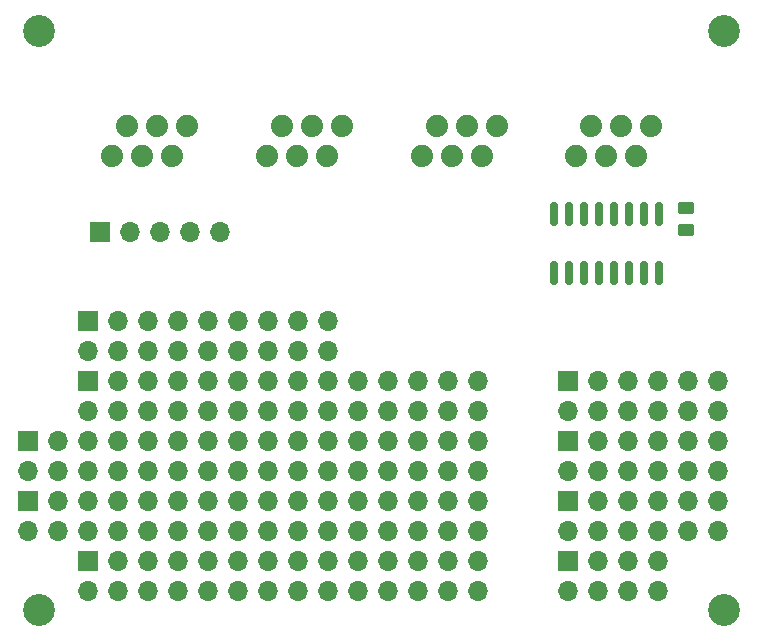
<source format=gts>
G04 #@! TF.GenerationSoftware,KiCad,Pcbnew,7.0.10-7.0.10~ubuntu22.04.1*
G04 #@! TF.CreationDate,2024-01-31T09:27:01+05:30*
G04 #@! TF.ProjectId,bir-weather-hat,6269722d-7765-4617-9468-65722d686174,rev?*
G04 #@! TF.SameCoordinates,Original*
G04 #@! TF.FileFunction,Soldermask,Top*
G04 #@! TF.FilePolarity,Negative*
%FSLAX46Y46*%
G04 Gerber Fmt 4.6, Leading zero omitted, Abs format (unit mm)*
G04 Created by KiCad (PCBNEW 7.0.10-7.0.10~ubuntu22.04.1) date 2024-01-31 09:27:01*
%MOMM*%
%LPD*%
G01*
G04 APERTURE LIST*
G04 Aperture macros list*
%AMRoundRect*
0 Rectangle with rounded corners*
0 $1 Rounding radius*
0 $2 $3 $4 $5 $6 $7 $8 $9 X,Y pos of 4 corners*
0 Add a 4 corners polygon primitive as box body*
4,1,4,$2,$3,$4,$5,$6,$7,$8,$9,$2,$3,0*
0 Add four circle primitives for the rounded corners*
1,1,$1+$1,$2,$3*
1,1,$1+$1,$4,$5*
1,1,$1+$1,$6,$7*
1,1,$1+$1,$8,$9*
0 Add four rect primitives between the rounded corners*
20,1,$1+$1,$2,$3,$4,$5,0*
20,1,$1+$1,$4,$5,$6,$7,0*
20,1,$1+$1,$6,$7,$8,$9,0*
20,1,$1+$1,$8,$9,$2,$3,0*%
G04 Aperture macros list end*
%ADD10C,1.879600*%
%ADD11C,2.700000*%
%ADD12RoundRect,0.150000X-0.150000X0.825000X-0.150000X-0.825000X0.150000X-0.825000X0.150000X0.825000X0*%
%ADD13R,1.700000X1.700000*%
%ADD14O,1.700000X1.700000*%
%ADD15RoundRect,0.250000X-0.450000X0.262500X-0.450000X-0.262500X0.450000X-0.262500X0.450000X0.262500X0*%
G04 APERTURE END LIST*
D10*
X148900000Y-58050000D03*
X150170000Y-55510000D03*
X151440000Y-58050000D03*
X152710000Y-55510000D03*
X153980000Y-58050000D03*
X155250000Y-55510000D03*
X135900000Y-58040000D03*
X137170000Y-55500000D03*
X138440000Y-58040000D03*
X139710000Y-55500000D03*
X140980000Y-58040000D03*
X142250000Y-55500000D03*
X122780000Y-58050000D03*
X124050000Y-55510000D03*
X125320000Y-58050000D03*
X126590000Y-55510000D03*
X127860000Y-58050000D03*
X129130000Y-55510000D03*
X116000000Y-55500000D03*
X114730000Y-58040000D03*
X113460000Y-55500000D03*
X112190000Y-58040000D03*
X110920000Y-55500000D03*
X109650000Y-58040000D03*
D11*
X161500000Y-47500000D03*
D12*
X155945000Y-63025000D03*
X154675000Y-63025000D03*
X153405000Y-63025000D03*
X152135000Y-63025000D03*
X150865000Y-63025000D03*
X149595000Y-63025000D03*
X148325000Y-63025000D03*
X147055000Y-63025000D03*
X147055000Y-67975000D03*
X148325000Y-67975000D03*
X149595000Y-67975000D03*
X150865000Y-67975000D03*
X152135000Y-67975000D03*
X153405000Y-67975000D03*
X154675000Y-67975000D03*
X155945000Y-67975000D03*
D13*
X148260000Y-87300000D03*
D14*
X148260000Y-89840000D03*
X150800000Y-87300000D03*
X150800000Y-89840000D03*
X153340000Y-87300000D03*
X153340000Y-89840000D03*
X155880000Y-87300000D03*
X155880000Y-89840000D03*
X158420000Y-87300000D03*
X158420000Y-89840000D03*
X160960000Y-87300000D03*
X160960000Y-89840000D03*
D13*
X148260000Y-92380000D03*
D14*
X148260000Y-94920000D03*
X150800000Y-92380000D03*
X150800000Y-94920000D03*
X153340000Y-92380000D03*
X153340000Y-94920000D03*
X155880000Y-92380000D03*
X155880000Y-94920000D03*
D13*
X107620000Y-92380000D03*
D14*
X107620000Y-94920000D03*
X110160000Y-92380000D03*
X110160000Y-94920000D03*
X112700000Y-92380000D03*
X112700000Y-94920000D03*
X115240000Y-92380000D03*
X115240000Y-94920000D03*
X117780000Y-92380000D03*
X117780000Y-94920000D03*
X120320000Y-92380000D03*
X120320000Y-94920000D03*
X122860000Y-92380000D03*
X122860000Y-94920000D03*
X125400000Y-92380000D03*
X125400000Y-94920000D03*
X127940000Y-92380000D03*
X127940000Y-94920000D03*
X130480000Y-92380000D03*
X130480000Y-94920000D03*
X133020000Y-92380000D03*
X133020000Y-94920000D03*
X135560000Y-92380000D03*
X135560000Y-94920000D03*
X138100000Y-92380000D03*
X138100000Y-94920000D03*
X140640000Y-92380000D03*
X140640000Y-94920000D03*
D13*
X107620000Y-77140000D03*
D14*
X107620000Y-79680000D03*
X110160000Y-77140000D03*
X110160000Y-79680000D03*
X112700000Y-77140000D03*
X112700000Y-79680000D03*
X115240000Y-77140000D03*
X115240000Y-79680000D03*
X117780000Y-77140000D03*
X117780000Y-79680000D03*
X120320000Y-77140000D03*
X120320000Y-79680000D03*
X122860000Y-77140000D03*
X122860000Y-79680000D03*
X125400000Y-77140000D03*
X125400000Y-79680000D03*
X127940000Y-77140000D03*
X127940000Y-79680000D03*
X130480000Y-77140000D03*
X130480000Y-79680000D03*
X133020000Y-77140000D03*
X133020000Y-79680000D03*
X135560000Y-77140000D03*
X135560000Y-79680000D03*
X138100000Y-77140000D03*
X138100000Y-79680000D03*
X140640000Y-77140000D03*
X140640000Y-79680000D03*
D15*
X158250000Y-62500000D03*
X158250000Y-64325000D03*
D11*
X103500000Y-96500000D03*
D13*
X102540000Y-82220000D03*
D14*
X102540000Y-84760000D03*
X105080000Y-82220000D03*
X105080000Y-84760000D03*
X107620000Y-82220000D03*
X107620000Y-84760000D03*
X110160000Y-82220000D03*
X110160000Y-84760000D03*
X112700000Y-82220000D03*
X112700000Y-84760000D03*
X115240000Y-82220000D03*
X115240000Y-84760000D03*
X117780000Y-82220000D03*
X117780000Y-84760000D03*
X120320000Y-82220000D03*
X120320000Y-84760000D03*
X122860000Y-82220000D03*
X122860000Y-84760000D03*
X125400000Y-82220000D03*
X125400000Y-84760000D03*
X127940000Y-82220000D03*
X127940000Y-84760000D03*
X130480000Y-82220000D03*
X130480000Y-84760000D03*
X133020000Y-82220000D03*
X133020000Y-84760000D03*
X135560000Y-82220000D03*
X135560000Y-84760000D03*
X138100000Y-82220000D03*
X138100000Y-84760000D03*
X140640000Y-82220000D03*
X140640000Y-84760000D03*
D11*
X103500000Y-47500000D03*
D13*
X108630000Y-64500000D03*
D14*
X111170000Y-64500000D03*
X113710000Y-64500000D03*
X116250000Y-64500000D03*
X118790000Y-64500000D03*
D13*
X148260000Y-82220000D03*
D14*
X148260000Y-84760000D03*
X150800000Y-82220000D03*
X150800000Y-84760000D03*
X153340000Y-82220000D03*
X153340000Y-84760000D03*
X155880000Y-82220000D03*
X155880000Y-84760000D03*
X158420000Y-82220000D03*
X158420000Y-84760000D03*
X160960000Y-82220000D03*
X160960000Y-84760000D03*
D13*
X107620000Y-72060000D03*
D14*
X107620000Y-74600000D03*
X110160000Y-72060000D03*
X110160000Y-74600000D03*
X112700000Y-72060000D03*
X112700000Y-74600000D03*
X115240000Y-72060000D03*
X115240000Y-74600000D03*
X117780000Y-72060000D03*
X117780000Y-74600000D03*
X120320000Y-72060000D03*
X120320000Y-74600000D03*
X122860000Y-72060000D03*
X122860000Y-74600000D03*
X125400000Y-72060000D03*
X125400000Y-74600000D03*
X127940000Y-72060000D03*
X127940000Y-74600000D03*
D11*
X161500000Y-96500000D03*
D13*
X102540000Y-87300000D03*
D14*
X102540000Y-89840000D03*
X105080000Y-87300000D03*
X105080000Y-89840000D03*
X107620000Y-87300000D03*
X107620000Y-89840000D03*
X110160000Y-87300000D03*
X110160000Y-89840000D03*
X112700000Y-87300000D03*
X112700000Y-89840000D03*
X115240000Y-87300000D03*
X115240000Y-89840000D03*
X117780000Y-87300000D03*
X117780000Y-89840000D03*
X120320000Y-87300000D03*
X120320000Y-89840000D03*
X122860000Y-87300000D03*
X122860000Y-89840000D03*
X125400000Y-87300000D03*
X125400000Y-89840000D03*
X127940000Y-87300000D03*
X127940000Y-89840000D03*
X130480000Y-87300000D03*
X130480000Y-89840000D03*
X133020000Y-87300000D03*
X133020000Y-89840000D03*
X135560000Y-87300000D03*
X135560000Y-89840000D03*
X138100000Y-87300000D03*
X138100000Y-89840000D03*
X140640000Y-87300000D03*
X140640000Y-89840000D03*
D13*
X148260000Y-77140000D03*
D14*
X148260000Y-79680000D03*
X150800000Y-77140000D03*
X150800000Y-79680000D03*
X153340000Y-77140000D03*
X153340000Y-79680000D03*
X155880000Y-77140000D03*
X155880000Y-79680000D03*
X158420000Y-77140000D03*
X158420000Y-79680000D03*
X160960000Y-77140000D03*
X160960000Y-79680000D03*
M02*

</source>
